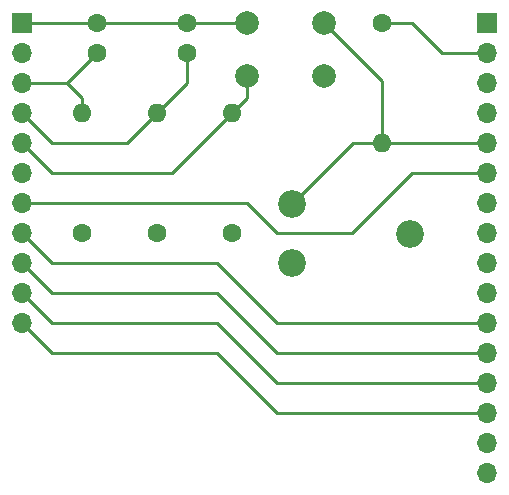
<source format=gbr>
G04 #@! TF.GenerationSoftware,KiCad,Pcbnew,(5.0.1)-4*
G04 #@! TF.CreationDate,2018-12-10T10:09:48+10:00*
G04 #@! TF.ProjectId,timer,74696D65722E6B696361645F70636200,rev?*
G04 #@! TF.SameCoordinates,Original*
G04 #@! TF.FileFunction,Copper,L1,Top,Signal*
G04 #@! TF.FilePolarity,Positive*
%FSLAX46Y46*%
G04 Gerber Fmt 4.6, Leading zero omitted, Abs format (unit mm)*
G04 Created by KiCad (PCBNEW (5.0.1)-4) date 10-Dec-18 10:09:48 AM*
%MOMM*%
%LPD*%
G01*
G04 APERTURE LIST*
G04 #@! TA.AperFunction,ComponentPad*
%ADD10C,1.600000*%
G04 #@! TD*
G04 #@! TA.AperFunction,ComponentPad*
%ADD11O,1.600000X1.600000*%
G04 #@! TD*
G04 #@! TA.AperFunction,ComponentPad*
%ADD12C,2.340000*%
G04 #@! TD*
G04 #@! TA.AperFunction,ComponentPad*
%ADD13C,2.000000*%
G04 #@! TD*
G04 #@! TA.AperFunction,ComponentPad*
%ADD14R,1.700000X1.700000*%
G04 #@! TD*
G04 #@! TA.AperFunction,ComponentPad*
%ADD15O,1.700000X1.700000*%
G04 #@! TD*
G04 #@! TA.AperFunction,Conductor*
%ADD16C,0.250000*%
G04 #@! TD*
G04 APERTURE END LIST*
D10*
G04 #@! TO.P,R1,2*
G04 #@! TO.N,Net-(R1-Pad2)*
X134620000Y-76200000D03*
G04 #@! TO.P,R1,1*
G04 #@! TO.N,Net-(R1-Pad1)*
X134620000Y-73660000D03*
G04 #@! TD*
D11*
G04 #@! TO.P,R2,2*
G04 #@! TO.N,Net-(R1-Pad2)*
X132080000Y-81280000D03*
D10*
G04 #@! TO.P,R2,1*
G04 #@! TO.N,Net-(R2-Pad1)*
X132080000Y-91440000D03*
G04 #@! TD*
G04 #@! TO.P,R3,1*
G04 #@! TO.N,Net-(R1-Pad1)*
X127000000Y-73660000D03*
G04 #@! TO.P,R3,2*
G04 #@! TO.N,Net-(R3-Pad2)*
X127000000Y-76200000D03*
G04 #@! TD*
G04 #@! TO.P,R4,1*
G04 #@! TO.N,Net-(R2-Pad1)*
X125730000Y-91440000D03*
D11*
G04 #@! TO.P,R4,2*
G04 #@! TO.N,Net-(R3-Pad2)*
X125730000Y-81280000D03*
G04 #@! TD*
D10*
G04 #@! TO.P,R5,1*
G04 #@! TO.N,Net-(R5-Pad1)*
X151130000Y-73660000D03*
D11*
G04 #@! TO.P,R5,2*
G04 #@! TO.N,Net-(R1-Pad1)*
X151130000Y-83820000D03*
G04 #@! TD*
G04 #@! TO.P,R6,2*
G04 #@! TO.N,Net-(R6-Pad2)*
X138430000Y-81280000D03*
D10*
G04 #@! TO.P,R6,1*
G04 #@! TO.N,Net-(R2-Pad1)*
X138430000Y-91440000D03*
G04 #@! TD*
D12*
G04 #@! TO.P,RV1,3*
G04 #@! TO.N,Net-(R1-Pad1)*
X143510000Y-88980000D03*
G04 #@! TO.P,RV1,2*
G04 #@! TO.N,Net-(RV1-Pad2)*
X153510000Y-91480000D03*
G04 #@! TO.P,RV1,1*
G04 #@! TO.N,Net-(R2-Pad1)*
X143510000Y-93980000D03*
G04 #@! TD*
D13*
G04 #@! TO.P,SW1,2*
G04 #@! TO.N,Net-(R6-Pad2)*
X139700000Y-78160000D03*
G04 #@! TO.P,SW1,1*
G04 #@! TO.N,Net-(R1-Pad1)*
X139700000Y-73660000D03*
G04 #@! TO.P,SW1,2*
G04 #@! TO.N,Net-(R6-Pad2)*
X146200000Y-78160000D03*
G04 #@! TO.P,SW1,1*
G04 #@! TO.N,Net-(R1-Pad1)*
X146200000Y-73660000D03*
G04 #@! TD*
D14*
G04 #@! TO.P,U1,1*
G04 #@! TO.N,Net-(R1-Pad1)*
X120650000Y-73660000D03*
D15*
G04 #@! TO.P,U1,2*
G04 #@! TO.N,Net-(R2-Pad1)*
X120650000Y-76200000D03*
G04 #@! TO.P,U1,3*
G04 #@! TO.N,Net-(R3-Pad2)*
X120650000Y-78740000D03*
G04 #@! TO.P,U1,4*
G04 #@! TO.N,Net-(R1-Pad2)*
X120650000Y-81280000D03*
G04 #@! TO.P,U1,5*
G04 #@! TO.N,Net-(R6-Pad2)*
X120650000Y-83820000D03*
G04 #@! TO.P,U1,6*
G04 #@! TO.N,Net-(U1-Pad6)*
X120650000Y-86360000D03*
G04 #@! TO.P,U1,7*
G04 #@! TO.N,Net-(U1-Pad7)*
X120650000Y-88900000D03*
G04 #@! TO.P,U1,8*
G04 #@! TO.N,Net-(U1-Pad8)*
X120650000Y-91440000D03*
G04 #@! TO.P,U1,9*
G04 #@! TO.N,Net-(U1-Pad9)*
X120650000Y-93980000D03*
G04 #@! TO.P,U1,10*
G04 #@! TO.N,Net-(U1-Pad10)*
X120650000Y-96520000D03*
G04 #@! TO.P,U1,11*
G04 #@! TO.N,Net-(U1-Pad11)*
X120650000Y-99060000D03*
G04 #@! TD*
D14*
G04 #@! TO.P,U2,1*
G04 #@! TO.N,Net-(R2-Pad1)*
X160020000Y-73660000D03*
D15*
G04 #@! TO.P,U2,2*
G04 #@! TO.N,Net-(R5-Pad1)*
X160020000Y-76200000D03*
G04 #@! TO.P,U2,3*
G04 #@! TO.N,Net-(RV1-Pad2)*
X160020000Y-78740000D03*
G04 #@! TO.P,U2,4*
G04 #@! TO.N,Net-(U1-Pad6)*
X160020000Y-81280000D03*
G04 #@! TO.P,U2,5*
G04 #@! TO.N,Net-(R1-Pad1)*
X160020000Y-83820000D03*
G04 #@! TO.P,U2,6*
G04 #@! TO.N,Net-(U1-Pad7)*
X160020000Y-86360000D03*
G04 #@! TO.P,U2,7*
G04 #@! TO.N,Net-(U2-Pad7)*
X160020000Y-88900000D03*
G04 #@! TO.P,U2,8*
G04 #@! TO.N,Net-(U2-Pad8)*
X160020000Y-91440000D03*
G04 #@! TO.P,U2,9*
G04 #@! TO.N,Net-(U2-Pad9)*
X160020000Y-93980000D03*
G04 #@! TO.P,U2,10*
G04 #@! TO.N,Net-(U2-Pad10)*
X160020000Y-96520000D03*
G04 #@! TO.P,U2,11*
G04 #@! TO.N,Net-(U1-Pad8)*
X160020000Y-99060000D03*
G04 #@! TO.P,U2,12*
G04 #@! TO.N,Net-(U1-Pad9)*
X160020000Y-101600000D03*
G04 #@! TO.P,U2,13*
G04 #@! TO.N,Net-(U1-Pad10)*
X160020000Y-104140000D03*
G04 #@! TO.P,U2,14*
G04 #@! TO.N,Net-(U1-Pad11)*
X160020000Y-106680000D03*
G04 #@! TO.P,U2,15*
G04 #@! TO.N,Net-(R1-Pad1)*
X160020000Y-109220000D03*
G04 #@! TO.P,U2,16*
G04 #@! TO.N,Net-(R2-Pad1)*
X160020000Y-111760000D03*
G04 #@! TD*
D16*
G04 #@! TO.N,Net-(R1-Pad2)*
X134620000Y-78740000D02*
X132080000Y-81280000D01*
X134620000Y-76200000D02*
X134620000Y-78740000D01*
X132080000Y-81280000D02*
X129540000Y-83820000D01*
X129540000Y-83820000D02*
X123190000Y-83820000D01*
X123190000Y-83820000D02*
X120650000Y-81280000D01*
G04 #@! TO.N,Net-(R1-Pad1)*
X120650000Y-73660000D02*
X127000000Y-73660000D01*
X127000000Y-73660000D02*
X134620000Y-73660000D01*
X134620000Y-73660000D02*
X139700000Y-73660000D01*
X151130000Y-78590000D02*
X151130000Y-83820000D01*
X146200000Y-73660000D02*
X151130000Y-78590000D01*
X148670000Y-83820000D02*
X143510000Y-88980000D01*
X151130000Y-83820000D02*
X148670000Y-83820000D01*
X151130000Y-83820000D02*
X160020000Y-83820000D01*
G04 #@! TO.N,Net-(R3-Pad2)*
X124460000Y-78740000D02*
X127000000Y-76200000D01*
X120650000Y-78740000D02*
X124460000Y-78740000D01*
X124460000Y-78740000D02*
X125730000Y-80010000D01*
X125730000Y-80010000D02*
X125730000Y-81280000D01*
G04 #@! TO.N,Net-(R5-Pad1)*
X151130000Y-73660000D02*
X153670000Y-73660000D01*
X156210000Y-76200000D02*
X160020000Y-76200000D01*
X153670000Y-73660000D02*
X156210000Y-76200000D01*
G04 #@! TO.N,Net-(R6-Pad2)*
X139700000Y-80010000D02*
X138430000Y-81280000D01*
X139700000Y-78160000D02*
X139700000Y-80010000D01*
X138430000Y-81280000D02*
X133350000Y-86360000D01*
X123190000Y-86360000D02*
X120650000Y-83820000D01*
X133350000Y-86360000D02*
X123190000Y-86360000D01*
G04 #@! TO.N,Net-(U1-Pad7)*
X120650000Y-88900000D02*
X139700000Y-88900000D01*
X139700000Y-88900000D02*
X142240000Y-91440000D01*
X142240000Y-91440000D02*
X148590000Y-91440000D01*
X148590000Y-91440000D02*
X153670000Y-86360000D01*
X153670000Y-86360000D02*
X160020000Y-86360000D01*
G04 #@! TO.N,Net-(U1-Pad8)*
X160020000Y-99060000D02*
X142240000Y-99060000D01*
X142240000Y-99060000D02*
X137160000Y-93980000D01*
X123190000Y-93980000D02*
X120650000Y-91440000D01*
X137160000Y-93980000D02*
X123190000Y-93980000D01*
G04 #@! TO.N,Net-(U1-Pad9)*
X120650000Y-93980000D02*
X123190000Y-96520000D01*
X123190000Y-96520000D02*
X137160000Y-96520000D01*
X137160000Y-96520000D02*
X142240000Y-101600000D01*
X142240000Y-101600000D02*
X160020000Y-101600000D01*
G04 #@! TO.N,Net-(U1-Pad10)*
X160020000Y-104140000D02*
X142240000Y-104140000D01*
X142240000Y-104140000D02*
X137160000Y-99060000D01*
X123190000Y-99060000D02*
X120650000Y-96520000D01*
X137160000Y-99060000D02*
X123190000Y-99060000D01*
G04 #@! TO.N,Net-(U1-Pad11)*
X120650000Y-99060000D02*
X123190000Y-101600000D01*
X123190000Y-101600000D02*
X137160000Y-101600000D01*
X137160000Y-101600000D02*
X142240000Y-106680000D01*
X142240000Y-106680000D02*
X160020000Y-106680000D01*
G04 #@! TD*
M02*

</source>
